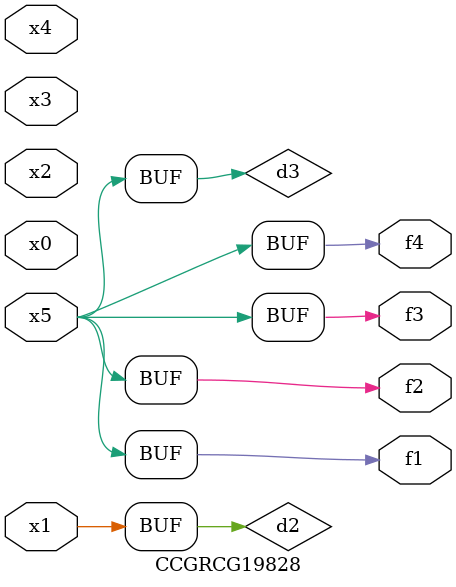
<source format=v>
module CCGRCG19828(
	input x0, x1, x2, x3, x4, x5,
	output f1, f2, f3, f4
);

	wire d1, d2, d3;

	not (d1, x5);
	or (d2, x1);
	xnor (d3, d1);
	assign f1 = d3;
	assign f2 = d3;
	assign f3 = d3;
	assign f4 = d3;
endmodule

</source>
